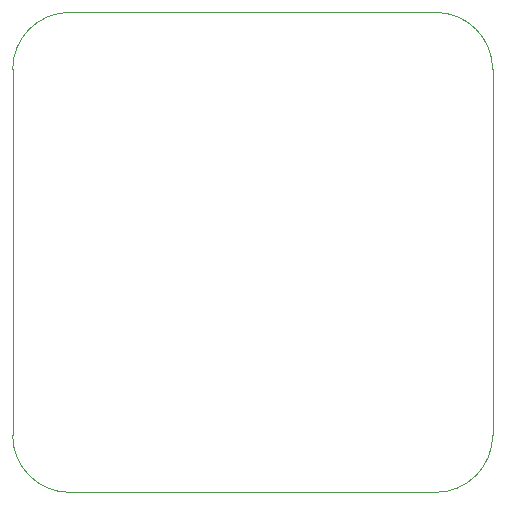
<source format=gbr>
%TF.GenerationSoftware,KiCad,Pcbnew,7.0.1*%
%TF.CreationDate,2024-04-02T19:32:25+05:30*%
%TF.ProjectId,SAMD11_DRV8825_NEM17,53414d44-3131-45f4-9452-56383832355f,rev?*%
%TF.SameCoordinates,Original*%
%TF.FileFunction,Profile,NP*%
%FSLAX46Y46*%
G04 Gerber Fmt 4.6, Leading zero omitted, Abs format (unit mm)*
G04 Created by KiCad (PCBNEW 7.0.1) date 2024-04-02 19:32:25*
%MOMM*%
%LPD*%
G01*
G04 APERTURE LIST*
%TA.AperFunction,Profile*%
%ADD10C,0.100000*%
%TD*%
G04 APERTURE END LIST*
D10*
X170036504Y-94725496D02*
G75*
G03*
X174862496Y-99551496I4825996J-4D01*
G01*
X174862496Y-58911496D02*
G75*
G03*
X170036496Y-63737496I4J-4826004D01*
G01*
X210676496Y-79231496D02*
X210676496Y-63737496D01*
X210676504Y-63737496D02*
G75*
G03*
X205850496Y-58911496I-4826004J-4D01*
G01*
X170036496Y-79231496D02*
X170036496Y-94725496D01*
X190356496Y-99551496D02*
X174862496Y-99551496D01*
X205850496Y-99551496D02*
G75*
G03*
X210676496Y-94725496I4J4825996D01*
G01*
X190356496Y-99551496D02*
X205850496Y-99551496D01*
X190356496Y-58911496D02*
X174862496Y-58911496D01*
X170036496Y-79231496D02*
X170036496Y-63737496D01*
X190356496Y-58911496D02*
X205850496Y-58911496D01*
X210676496Y-79231496D02*
X210676496Y-94725496D01*
M02*

</source>
